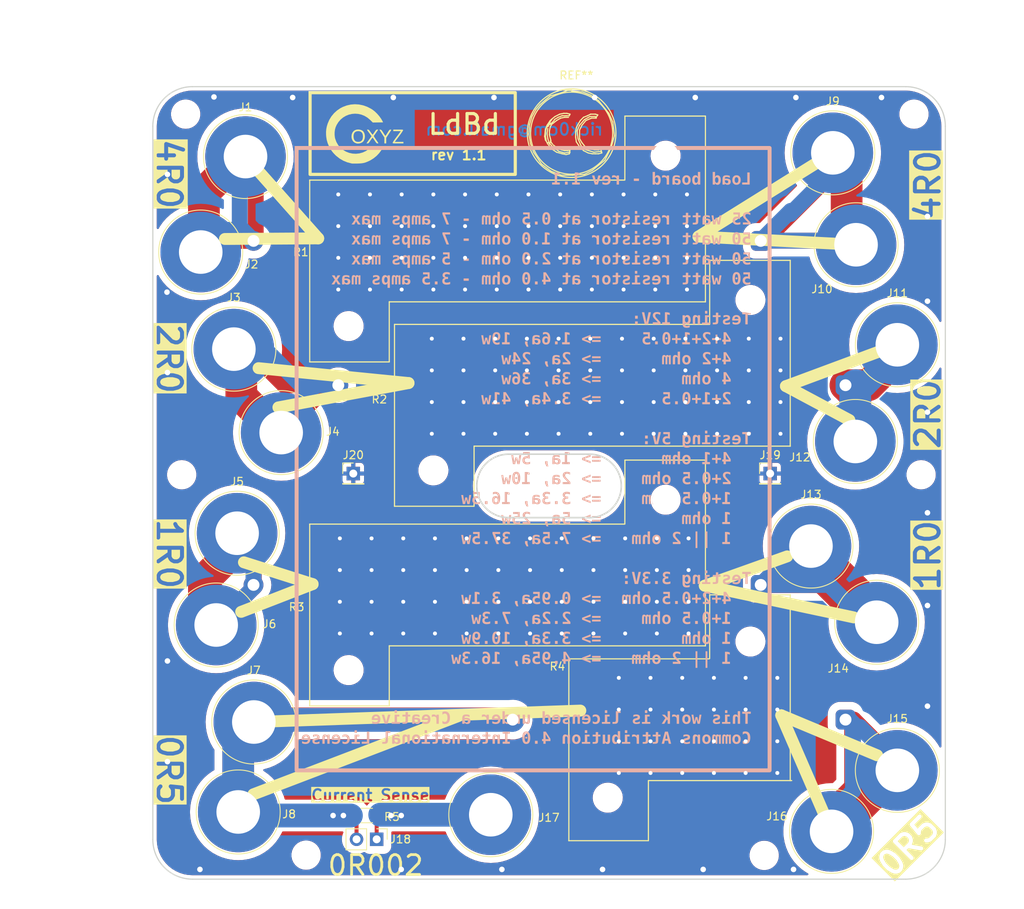
<source format=kicad_pcb>
(kicad_pcb (version 20221018) (generator pcbnew)
  (layers (0 "F.Cu" signal) (31 "B.Cu" signal) (34 "B.Paste" user) (35 "F.Paste" user) (36 "B.SilkS" user "B.Silkscreen") (37 "F.SilkS" user "F.Silkscreen") (38 "B.Mask" user) (39 "F.Mask" user) (44 "Edge.Cuts" user))
  (net 0 "")
  (net 1 "Net-(J1-Pin_1)")
  (net 2 "Net-(J3-Pin_1)")
  (net 3 "Net-(J5-Pin_1)")
  (net 4 "Net-(J18-Pin_2)")
  (net 5 "Net-(J10-Pin_1)")
  (net 6 "Net-(J11-Pin_1)")
  (net 7 "Net-(J13-Pin_1)")
  (net 8 "Net-(J15-Pin_1)")
  (net 9 "Net-(J17-Pin_1)")
  (net 10 "Net-(J19-Pin_1)")
  (footprint "MountingHole:MountingHole_3.2mm_M3_ISO7380" (layer "F.Cu") (at 208.5 45.1)
    (fp_text reference "REF**" hide)
    (fp_text value "MountingHole_3.2mm_M3_ISO7380")
    (pad "" np_thru_hole circle locked (at 0 0) (size 3.2 3.2) (drill 3.2) (layers "*.Cu" "*.Mask"))
  )
  (footprint "aaa:R_POWER_50W" (layer "F.Cu") (at 168.5 79.4)
    (fp_text reference "R2" (at -27.46 1.69) (layer "F.SilkS"))
    (fp_text value "2R0 50W")
    (fp_text user "2R0" (at -54 -3.43 270 unlocked) (layer "F.SilkS" knockout) (effects (font (size 3 3) (thickness 0.5))))
    (pad "" np_thru_hole circle (at -20.64 10.65) (size 3.3 3.3) (drill 3.3) (layers "F&B.Cu" "*.Mask"))
    (pad "" np_thru_hole circle (at 19.36 -10.85) (size 3.3 3.3) (drill 3.3) (layers "F&B.Cu" "*.Mask"))
    (pad "1" thru_hole roundrect (at 31.36 -0.1) (size 2.5 2.5) (drill 1.5) (layers "*.Cu" "*.Mask") (net 6 "Net-(J11-Pin_1)"))
    (pad "2" thru_hole circle (at -32.64 -0.1) (size 2.5 2.5) (drill 1.5) (layers "*.Cu" "*.Mask") (net 2 "Net-(J3-Pin_1)"))
  )
  (footprint "Resistor_SMD:R_1206_3216Metric" (layer "F.Cu") (at 139.45 133.6 180)
    (fp_text reference "R5" (at -3.17 -0.17) (layer "F.SilkS"))
    (fp_text value "0R002 ")
    (fp_text user "0R002" (at -1.12 -6.294947 unlocked) (layer "F.SilkS") (effects (font (size 2.5 2.5) (thickness 0.35) bold)))
    (pad "1" smd roundrect (at -1.4625 0 180) (size 1.125 1.75) (layers "F.Cu" "F.Paste" "F.Mask") (roundrect_rratio 0.2222222222) (net 9 "Net-(J17-Pin_1)"))
    (pad "2" smd roundrect (at 1.4625 0 180) (size 1.125 1.75) (layers "F.Cu" "F.Paste" "F.Mask") (roundrect_rratio 0.2222222222) (net 4 "Net-(J18-Pin_2)"))
  )
  (footprint "aaa:Banana_Jack_1Pin_1" (layer "F.Cu") (at 124.15 50.45)
    (fp_text reference "J1" (at 0 -6.217857) (layer "F.SilkS"))
    (fp_text value "Conn_01x01_Female")
    (fp_text user "4R0" (at -9.65 2.2 270 unlocked) (layer "F.SilkS" knockout) (effects (font (size 3 3) (thickness 0.5))))
    (pad "1" thru_hole circle (at 0 0) (size 10.16 10.16) (drill 5.5) (layers "*.Cu" "*.Mask") (net 1 "Net-(J1-Pin_1)"))
  )
  (footprint "MountingHole:MountingHole_3.2mm_M3_ISO7380" (layer "F.Cu") (at 189.6 138.63)
    (fp_text reference "REF**" hide)
    (fp_text value "MountingHole_3.2mm_M3_ISO7380")
    (pad "" np_thru_hole circle locked (at 0 0) (size 3.2 3.2) (drill 3.2) (layers "*.Cu" "*.Mask"))
  )
  (footprint "Symbol:Symbol_CreativeCommons_SilkScreenTop_Type2_Big" (layer "F.Cu") (at 165.3 47.5)
    (fp_text reference "REF**" (at 0.59944 -7.29996) (layer "F.SilkS"))
    (fp_text value "Symbol_CreativeCommons_SilkScreenTop_Type2_Big")
  )
  (footprint "aaa:Banana_Jack_1Pin_1" (layer "F.Cu") (at 201.19 61.58)
    (fp_text reference "J10" (at -4.3 5.6) (layer "F.SilkS"))
    (fp_text value "Conn_01x01_Female")
    (pad "1" thru_hole circle (at 0 0) (size 10.16 10.16) (drill 5.5) (layers "*.Cu" "*.Mask") (net 5 "Net-(J10-Pin_1)"))
  )
  (footprint "aaa:R_POWER_25W" (layer "F.Cu") (at 179.5 121.6)
    (fp_text reference "R4" (at -16 -6.8) (layer "F.SilkS"))
    (fp_text value "0R5 25W")
    (fp_text user "0R5" (at 28.3 15.85 45 unlocked) (layer "F.SilkS" knockout) (effects (font (size 3 3) (thickness 0.5))))
    (pad "" np_thru_hole circle (at -9.64 9.75) (size 3.3 3.3) (drill 3.3) (layers "F&B.Cu" "*.Mask"))
    (pad "" np_thru_hole circle (at 8.36 -9.95) (size 3.3 3.3) (drill 3.3) (layers "F&B.Cu" "*.Mask"))
    (pad "1" thru_hole roundrect (at 20.36 -0.1) (size 2.5 2.5) (drill 1.5) (layers "*.Cu" "*.Mask") (net 8 "Net-(J15-Pin_1)"))
    (pad "2" thru_hole circle (at -21.64 -0.1) (size 2.5 2.5) (drill 1.5) (layers "*.Cu" "*.Mask") (net 4 "Net-(J18-Pin_2)"))
  )
  (footprint "aaa:Banana_Jack_1Pin_1" (layer "F.Cu") (at 201.1 86.4)
    (fp_text reference "J12" (at -7 2) (layer "F.SilkS"))
    (fp_text value "Conn_01x01_Female")
    (pad "1" thru_hole circle (at 0 0) (size 10.16 10.16) (drill 5.5) (layers "*.Cu" "*.Mask") (net 6 "Net-(J11-Pin_1)"))
  )
  (footprint "aaa:Banana_Jack_1Pin_1" (layer "F.Cu") (at 198.1 135.6)
    (fp_text reference "J16" (at -6.9 -1.9) (layer "F.SilkS"))
    (fp_text value "Conn_01x01_Female")
    (pad "1" thru_hole circle (at 0 0) (size 10.16 10.16) (drill 5.5) (layers "*.Cu" "*.Mask") (net 8 "Net-(J15-Pin_1)"))
  )
  (footprint "MountingHole:MountingHole_3.2mm_M3_ISO7380" (layer "F.Cu") (at 209.4 90.6)
    (fp_text reference "REF**" hide)
    (fp_text value "MountingHole_3.2mm_M3_ISO7380")
    (pad "" np_thru_hole circle locked (at 0 0) (size 3.2 3.2) (drill 3.2) (layers "*.Cu" "*.Mask"))
  )
  (footprint "MountingHole:MountingHole_3.2mm_M3_ISO7380" (layer "F.Cu") (at 131.8 138.6)
    (fp_text reference "REF**" hide)
    (fp_text value "MountingHole_3.2mm_M3_ISO7380")
    (pad "" np_thru_hole circle locked (at 0 0) (size 3.2 3.2) (drill 3.2) (layers "*.Cu" "*.Mask"))
  )
  (footprint "MountingHole:MountingHole_3.2mm_M3_ISO7380" (layer "F.Cu") (at 116.6 45.1)
    (fp_text reference "REF**" hide)
    (fp_text value "MountingHole_3.2mm_M3_ISO7380")
    (pad "" np_thru_hole circle locked (at 0 0) (size 3.2 3.2) (drill 3.2) (layers "*.Cu" "*.Mask"))
  )
  (footprint "MountingHole:MountingHole_3.2mm_M3_ISO7380" (layer "F.Cu") (at 116.1 90.6)
    (fp_text reference "REF**" hide)
    (fp_text value "MountingHole_3.2mm_M3_ISO7380")
    (pad "" np_thru_hole circle locked (at 0 0) (size 3.2 3.2) (drill 3.2) (layers "*.Cu" "*.Mask"))
  )
  (footprint "aaa:Banana_Jack_1Pin_1" (layer "F.Cu") (at 120.45 109.56)
    (fp_text reference "J6" (at 6.721704 -0.117857) (layer "F.SilkS"))
    (fp_text value "Conn_01x01_Female")
    (pad "1" thru_hole circle (at 0 0) (size 10.16 10.16) (drill 5.5) (layers "*.Cu" "*.Mask") (net 3 "Net-(J5-Pin_1)"))
  )
  (footprint "aaa:Banana_Jack_1Pin_1" (layer "F.Cu") (at 118.5 62.5)
    (fp_text reference "J2" (at 6.41 1.56) (layer "F.SilkS"))
    (fp_text value "Conn_01x01_Female")
    (pad "1" thru_hole circle (at 0 0) (size 10.16 10.16) (drill 5.5) (layers "*.Cu" "*.Mask") (net 1 "Net-(J1-Pin_1)"))
  )
  (footprint "Connector_PinHeader_2.54mm:PinHeader_1x01_P2.54mm_Vertical" (layer "F.Cu") (at 137.75 90.45)
    (fp_text reference "J20" (at 0 -2.33) (layer "F.SilkS"))
    (fp_text value "Conn_01x01")
    (pad "1" thru_hole rect (at 0 0) (size 1.7 1.7) (drill 1) (layers "*.Cu" "*.Mask") (net 10 "Net-(J19-Pin_1)"))
  )
  (footprint "aaa:Banana_Jack_1Pin_1" (layer "F.Cu") (at 123.23 133.15)
    (fp_text reference "J8" (at 6.421704 0.282143) (layer "F.SilkS"))
    (fp_text value "Conn_01x01_Female")
    (pad "1" thru_hole circle (at 0 0) (size 10.16 10.16) (drill 5.5) (layers "*.Cu" "*.Mask") (net 4 "Net-(J18-Pin_2)"))
  )
  (footprint "aaa:Banana_Jack_1Pin_1" (layer "F.Cu") (at 125.2 121.8)
    (fp_text reference "J7" (at 0 -6.5) (layer "F.SilkS"))
    (fp_text value "Conn_01x01_Female")
    (fp_text user "0R5" (at -10.7 6.05 270 unlocked) (layer "F.SilkS" knockout) (effects (font (size 3 3) (thickness 0.5))))
    (pad "1" thru_hole circle (at 0 0) (size 10.16 10.16) (drill 5.5) (layers "*.Cu" "*.Mask") (net 4 "Net-(J18-Pin_2)"))
  )
  (footprint "aaa:Banana_Jack_1Pin_1" (layer "F.Cu") (at 128.65 85.28)
    (fp_text reference "J4" (at 6.521704 -0.117857) (layer "F.SilkS"))
    (fp_text value "Conn_01x01_Female")
    (pad "1" thru_hole circle (at 0 0) (size 10.16 10.16) (drill 5.5) (layers "*.Cu" "*.Mask") (net 2 "Net-(J3-Pin_1)"))
  )
  (footprint "aaa:Banana_Jack_1Pin_1" (layer "F.Cu") (at 206.4 74.2)
    (fp_text reference "J11" (at 0 -6.5) (layer "F.SilkS"))
    (fp_text value "Conn_01x01_Female")
    (fp_text user "2R0" (at 3.85 8.75 90 unlocked) (layer "F.SilkS" knockout) (effects (font (size 3 3) (thickness 0.5))))
    (pad "1" thru_hole circle (at 0 0) (size 10.16 10.16) (drill 5.5) (layers "*.Cu" "*.Mask") (net 6 "Net-(J11-Pin_1)"))
  )
  (footprint "Connector_PinHeader_2.54mm:PinHeader_1x01_P2.54mm_Vertical" (layer "F.Cu") (at 190.35 90.45)
    (fp_text reference "J19" (at 0 -2.33) (layer "F.SilkS"))
    (fp_text value "Conn_01x01")
    (pad "1" thru_hole rect (at 0 0) (size 1.7 1.7) (drill 1) (layers "*.Cu" "*.Mask") (net 10 "Net-(J19-Pin_1)"))
  )
  (footprint "aaa:Banana_Jack_1Pin_1" (layer "F.Cu") (at 203.79 109.21)
    (fp_text reference "J14" (at -4.845 5.83) (layer "F.SilkS"))
    (fp_text value "Conn_01x01_Female")
    (pad "1" thru_hole circle (at 0 0) (size 10.16 10.16) (drill 5.5) (layers "*.Cu" "*.Mask") (net 7 "Net-(J13-Pin_1)"))
  )
  (footprint "aaa:Banana_Jack_1Pin_1" (layer "F.Cu") (at 123.09 97.98)
    (fp_text reference "J5" (at 0 -6.5) (layer "F.SilkS"))
    (fp_text value "Conn_01x01_Female")
    (pad "1" thru_hole circle (at 0 0) (size 10.16 10.16) (drill 5.5) (layers "*.Cu" "*.Mask") (net 3 "Net-(J5-Pin_1)"))
  )
  (footprint "aaa:Banana_Jack_1Pin_1" (layer "F.Cu") (at 198.26 49.98)
    (fp_text reference "J9" (at 0 -6.5) (layer "F.SilkS"))
    (fp_text value "Conn_01x01_Female")
    (pad "1" thru_hole circle (at 0 0) (size 10.16 10.16) (drill 5.5) (layers "*.Cu" "*.Mask") (net 5 "Net-(J10-Pin_1)"))
  )
  (footprint "aaa:Banana_Jack_1Pin_1" (layer "F.Cu") (at 155.1 133.5)
    (fp_text reference "J17" (at 7.345 0.37) (layer "F.SilkS"))
    (fp_text value "Conn_01x01_Female")
    (pad "1" thru_hole circle (at 0 0) (size 10.16 10.16) (drill 5.5) (layers "*.Cu" "*.Mask") (net 9 "Net-(J17-Pin_1)"))
  )
  (footprint "aaa:R_POWER_50W" (layer "F.Cu") (at 157.8 104.6)
    (fp_text reference "R3" (at -27.2 2.7) (layer "F.SilkS"))
    (fp_text value "1R0 50W")
    (fp_text user "1R0" (at -43.3 -4 270 unlocked) (layer "F.SilkS" knockout) (effects (font (size 3 3) (thickness 0.5))))
    (pad "" np_thru_hole circle (at -20.64 10.65) (size 3.3 3.3) (drill 3.3) (layers "F&B.Cu" "*.Mask"))
    (pad "" np_thru_hole circle (at 19.36 -10.85) (size 3.3 3.3) (drill 3.3) (layers "F&B.Cu" "*.Mask"))
    (pad "1" thru_hole roundrect (at 31.36 -0.1) (size 2.5 2.5) (drill 1.5) (layers "*.Cu" "*.Mask") (net 7 "Net-(J13-Pin_1)"))
    (pad "2" thru_hole circle (at -32.64 -0.1) (size 2.5 2.5) (drill 1.5) (layers "*.Cu" "*.Mask") (net 3 "Net-(J5-Pin_1)"))
  )
  (footprint "Connector_PinHeader_2.54mm:PinHeader_1x02_P2.54mm_Vertical" (layer "F.Cu") (at 140.7 136.6 -90)
    (fp_text reference "J18" (at 0 -3) (layer "F.SilkS"))
    (fp_text value "Conn_01x02")
    (fp_text user "Current Sense" (at -5.55 0.8 unlocked) (layer "F.SilkS" knockout) (effects (font (size 1.4 1.4) (thickness 0.28) bold)))
    (pad "1" thru_hole rect (at 0 0 270) (size 1.7 1.7) (drill 1) (layers "*.Cu" "*.Mask") (net 9 "Net-(J17-Pin_1)"))
    (pad "2" thru_hole oval (at 0 2.54 270) (size 1.7 1.7) (drill 1) (layers "*.Cu" "*.Mask") (net 4 "Net-(J18-Pin_2)"))
  )
  (footprint "aaa:R_POWER_50W" (layer "F.Cu") (at 157.8 61.191256)
    (fp_text reference "R1" (at -26.67 1.318744) (layer "F.SilkS"))
    (fp_text value "4R0 50W")
    (fp_text user "4R0" (at 52.45 -7.141256 90 unlocked) (layer "F.SilkS" knockout) (effects (font (size 3 3) (thickness 0.5))))
    (pad "" np_thru_hole circle (at -20.64 10.65) (size 3.3 3.3) (drill 3.3) (layers "F&B.Cu" "*.Mask"))
    (pad "" np_thru_hole circle (at 19.36 -10.85) (size 3.3 3.3) (drill 3.3) (layers "F&B.Cu" "*.Mask"))
    (pad "1" thru_hole roundrect (at 31.36 -0.1) (size 2.5 2.5) (drill 1.5) (layers "*.Cu" "*.Mask") (net 5 "Net-(J10-Pin_1)"))
    (pad "2" thru_hole circle (at -32.64 -0.1) (size 2.5 2.5) (drill 1.5) (layers "*.Cu" "*.Mask") (net 1 "Net-(J1-Pin_1)"))
  )
  (footprint "aaa:Banana_Jack_1Pin_1" (layer "F.Cu") (at 195.5 99.6)
    (fp_text reference "J13" (at 0 -6.5) (layer "F.SilkS"))
    (fp_text value "Conn_01x01_Female")
    (fp_text user "1R0" (at 14.75 1.15 90 unlocked) (layer "F.SilkS" knockout) (effects (font (size 3 3) (thickness 0.5))))
    (pad "1" thru_hole circle (at 0 0) (size 10.16 10.16) (drill 5.5) (layers "*.Cu" "*.Mask") (net 7 "Net-(J13-Pin_1)"))
  )
  (footprint "aaa:Banana_Jack_1Pin_1" (layer "F.Cu") (at 206.4 127.9)
    (fp_text reference "J15" (at 0 -6.5) (layer "F.SilkS"))
    (fp_text value "Conn_01x01_Female")
    (pad "1" thru_hole circle (at 0 0) (size 10.16 10.16) (drill 5.5) (layers "*.Cu" "*.Mask") (net 8 "Net-(J15-Pin_1)"))
  )
  (footprint "aaa:Banana_Jack_1Pin_1" (layer "F.Cu") (at 122.68 74.75)
    (fp_text reference "J3" (at 0 -6.5) (layer "F.SilkS"))
    (fp_text value "Conn_01x01_Female")
    (pad "1" thru_hole circle (at 0 0) (size 10.16 10.16) (drill 5.5) (layers "*.Cu" "*.Mask") (net 2 "Net-(J3-Pin_1)"))
  )
  (footprint "aaa:coxyz" (layer "F.Cu") (at 139.19 47.59)
    (fp_text reference "G***" hide)
    (fp_text value "LOGO" hide)
  )
  (gr_rect (start 130.6 49.37) (end 190.28 127.9) (stroke (width 0.5)) (fill none) (layer "B.SilkS"))
  (gr_line (start 121.55 60.85) (end 133.325 60.775) (stroke (width 1.5)) (layer "F.SilkS"))
  (gr_line (start 123.95 101.65) (end 132.62 104.4) (stroke (width 1.5)) (layer "F.SilkS"))
  (gr_line (start 125.2 121.8) (end 166.4 120.36) (stroke (width 1.5)) (layer "F.SilkS"))
  (gr_line (start 125.8 77.15) (end 144.72 79.03) (stroke (width 1.5)) (layer "F.SilkS"))
  (gr_line (start 181.3 60.55) (end 201.19 61.58) (stroke (width 1.5)) (layer "F.SilkS"))
  (gr_line (start 191.75 120.95) (end 203.85 126) (stroke (width 1.5)) (layer "F.SilkS"))
  (gr_line (start 192.34 79.42) (end 206.4 74.2) (stroke (width 1.5)) (layer "F.SilkS"))
  (gr_line (start 192.34 79.42) (end 200.35 83.7) (stroke (width 1.5)) (layer "F.SilkS"))
  (gr_line (start 191.75 120.95) (end 198.1 135.6) (stroke (width 1.5)) (layer "F.SilkS"))
  (gr_line (start 182.1 104.6) (end 200.9 108.6) (stroke (width 1.5)) (layer "F.SilkS"))
  (gr_line (start 123.6 107.9) (end 132.62 104.4) (stroke (width 1.5)) (layer "F.SilkS"))
  (gr_line (start 182.1 104.6) (end 192.5 100.9) (stroke (width 1.5)) (layer "F.SilkS"))
  (gr_line (start 124.15 50.45) (end 133.325 60.775) (stroke (width 1.5)) (layer "F.SilkS"))
  (gr_line (start 181.3 60.55) (end 198.26 49.98) (stroke (width 1.5)) (layer "F.SilkS"))
  (gr_rect (start 132.3 42.39) (end 158.19 52.7) (stroke (width 0.4)) (fill none) (layer "F.SilkS"))
  (gr_line (start 128.3 82.1) (end 144.72 79.03) (stroke (width 1.5)) (layer "F.SilkS"))
  (gr_line (start 125.15 130.92) (end 151 121.05) (stroke (width 1.5)) (layer "F.SilkS"))
  (gr_arc locked (start 212.455 136.63) (mid 210.99388 140.162189) (end 207.464466 141.63) (stroke (width 0.15)) (layer "Edge.Cuts"))
  (gr_arc locked (start 207.464466 41.63) (mid 210.996654 43.095041) (end 212.455 46.63) (stroke (width 0.15)) (layer "Edge.Cuts"))
  (gr_line locked (start 207.464466 141.63) (end 117.455 141.63) (stroke (width 0.15)) (layer "Edge.Cuts"))
  (gr_line locked (start 112.455 46.63) (end 112.455 136.63) (stroke (width 0.15)) (layer "Edge.Cuts"))
  (gr_line locked (start 117.455 41.63) (end 207.464466 41.63) (stroke (width 0.15)) (layer "Edge.Cuts"))
  (gr_arc (start 157.33 96.010012) (mid 153.329988 92.01) (end 157.33 88.009988) (stroke (width 0.2)) (layer "Edge.Cuts"))
  (gr_arc (start 167.57 88.009988) (mid 171.570012 92.01) (end 167.57 96.010012) (stroke (width 0.2)) (layer "Edge.Cuts"))
  (gr_arc locked (start 117.455 141.63) (mid 113.919467 140.165534) (end 112.455 136.63) (stroke (width 0.15)) (layer "Edge.Cuts"))
  (gr_arc locked (start 112.455 46.63) (mid 113.919466 43.094467) (end 117.455 41.63) (stroke (width 0.15)) (layer "Edge.Cuts"))
  (gr_line (start 157.33 88.009988) (end 167.57 88.009988) (stroke (width 0.2)) (layer "Edge.Cuts"))
  (gr_line locked (start 212.455 46.63) (end 212.455 136.63) (stroke (width 0.15)) (layer "Edge.Cuts"))
  (gr_line (start 157.33 96.010012) (end 167.57 96.010012) (stroke (width 0.2)) (layer "Edge.Cuts"))
  (gr_text "rick0cm@gmail.com" (at 169.4 47.9) (layer "B.Cu") (effects (font (size 1.5 1.5) (thickness 0.25) bold) (justify left bottom mirror)))
  (gr_text "Load board - rev 1.1\n\n25 watt resistor at 0.5 ohm - 7 amps max\n50 watt resistor at 1.0 ohm - 7 amps max\n50 watt resistor at 2.0 ohm - 5 amps max\n50 watt resistor at 4.0 ohm - 3.5 amps max\n\nTesting 12V:\n  4+2+1+0.5    => 1.6a, 19w\n  4+2 ohm      => 2a, 24w\n  4 ohm        => 3a, 36w  \n  2+1+0.5      => 3.4a, 41w\n\nTesting 5V:\n  4+1 ohm      => 1a, 5w\n  2+0.5 ohm    => 2a, 10w\n  1+0.5 ohm    => 3.3a, 16.5w\n  1 ohm        => 5a, 25w\n  1 || 2 ohm   => 7.5a, 37.5w\n\nTesting 3.3V:\n  4+2+0.5 ohm  => 0.95a, 3.1w\n  1+0.5 ohm    => 2.2a, 7.3w\n  1 ohm        => 3.3a, 10.9w\n  1 || 2 ohm   => 4.95a, 16.3w\n\n\nThis work is licensed under a Creative \nCommons Attribution 4.0 International License" (at 188 124.8) (layer "B.SilkS") (effects (font (size 1.5 1.5) (thickness 0.3) bold) (justify left bottom mirror)))
  (gr_text "rev 1.1" (at 147.39 50.99) (layer "F.SilkS") (effects (font (size 1.3 1.3) (thickness 0.25) bold) (justify left bottom)))
  (gr_text "LdBd" (at 146.96 47.85) (layer "F.SilkS") (effects (font (size 2.5 2.5) (thickness 0.4)) (justify left bottom)))
  (segment (start 118.9 55.017857) (end 118.9 58) (width 4) (layer "F.Cu") (net 1))
  (segment (start 125.44 60.811256) (end 125.16 61.091256) (width 2) (layer "F.Cu") (net 1))
  (segment (start 125.16 61.091256) (end 120.538744 61.091256) (width 2) (layer "F.Cu") (net 1))
  (segment (start 121.597857 52.32) (end 118.9 55.017857) (width 4) (layer "F.Cu") (net 1))
  (segment (start 125.44 54.34) (end 125.44 60.811256) (width 2) (layer "F.Cu") (net 1))
  (segment (start 125.16 61.091256) (end 123.42 59.351256) (width 2) (layer "B.Cu") (net 1))
  (segment (start 121.148831 59.7) (end 123.768744 59.7) (width 2) (layer "B.Cu") (net 1))
  (segment (start 123.42 59.351256) (end 123.42 51.18) (width 2) (layer "B.Cu") (net 1))
  (segment (start 123.42 51.18) (end 124.15 50.45) (width 2) (layer "B.Cu") (net 1))
  (segment (start 123.768744 59.7) (end 125.16 61.091256) (width 2) (layer "B.Cu") (net 1))
  (segment (start 123.62 80.73) (end 123.62 74.46) (width 4) (layer "F.Cu") (net 2))
  (segment (start 123.976704 74.25197) (end 129.024734 79.3) (width 2) (layer "F.Cu") (net 2))
  (segment (start 134.46 79.47) (end 128.65 85.28) (width 2) (layer "F.Cu") (net 2))
  (segment (start 135.86 79.3) (end 129.024734 79.3) (width 2) (layer "F.Cu") (net 2))
  (segment (start 127.46 84.57) (end 123.62 80.73) (width 4) (layer "F.Cu") (net 2))
  (segment (start 129.024734 79.3) (end 134.46 79.3) (width 2) (layer "F.Cu") (net 2))
  (segment (start 134.46 79.3) (end 134.46 79.47) (width 2) (layer "F.Cu") (net 2))
  (segment (start 131.160173 79.3) (end 135.86 79.3) (width 2) (layer "B.Cu") (net 2))
  (segment (start 133.03 79.3) (end 128.65 83.68) (width 2) (layer "B.Cu") (net 2))
  (segment (start 126.032143 74.17197) (end 131.160173 79.3) (width 2) (layer "B.Cu") (net 2))
  (segment (start 128.65 83.68) (end 128.65 85.28) (width 2) (layer "B.Cu") (net 2))
  (segment (start 135.86 79.3) (end 133.03 79.3) (width 2) (layer "B.Cu") (net 2))
  (segment (start 118.9 108.01) (end 118.9 103.9) (width 4) (layer "F.Cu") (net 3))
  (segment (start 118.9 103.9) (end 123.09 99.71) (width 4) (layer "F.Cu") (net 3))
  (segment (start 125.16 104.85) (end 125.16 104.5) (width 2) (layer "F.Cu") (net 3))
  (segment (start 125.2 104.46) (end 125.2 100.09) (width 2) (layer "F.Cu") (net 3))
  (segment (start 120.45 109.56) (end 125.16 104.85) (width 2) (layer "F.Cu") (net 3))
  (segment (start 120.45 109.56) (end 125.16 104.85) (width 2) (layer "B.Cu") (net 3))
  (segment (start 125.16 104.85) (end 125.16 99.732837) (width 2) (layer "B.Cu") (net 3))
  (segment (start 137.25 133.6) (end 127.191551 133.6) (width 2) (layer "F.Cu") (net 4))
  (segment (start 124.74 122.36) (end 125.63 121.47) (width 3) (layer "F.Cu") (net 4))
  (segment (start 157.83 121.47) (end 157.86 121.5) (width 3) (layer "F.Cu") (net 4))
  (segment (start 125.63 121.47) (end 157.83 121.47) (width 3) (layer "F.Cu") (net 4))
  (segment (start 137.9875 133.6) (end 138.16 133.7725) (width 0.5) (layer "F.Cu") (net 4))
  (segment (start 138.16 133.7725) (end 138.16 136.6) (width 0.5) (layer "F.Cu") (net 4))
  (segment (start 137.3 133.65) (end 137.25 133.6) (width 2) (layer "F.Cu") (net 4))
  (segment (start 123.23 123.31) (end 123.23 133.15) (width 4) (layer "F.Cu") (net 4))
  (via (at 135.2 133.6) (size 1) (drill 0.7) (layers "F.Cu" "B.Cu") (net 4))
  (via (at 136.5 133.6) (size 1) (drill 0.7) (layers "F.Cu" "B.Cu") (net 4))
  (segment (start 124.343847 122.2) (end 125.013847 121.53) (width 3) (layer "B.Cu") (net 4))
  (segment (start 123.23 124.671923) (end 123.23 133.15) (width 4) (layer "B.Cu") (net 4))
  (segment (start 157.83 121.53) (end 157.86 121.5) (width 3) (layer "B.Cu") (net 4))
  (segment (start 123.54 133.6) (end 137.45 133.6) (width 3) (layer "B.Cu") (net 4))
  (segment (start 125.013847 121.53) (end 157.83 121.53) (width 3) (layer "B.Cu") (net 4))
  (segment (start 124.960852 122.941071) (end 123.23 124.671923) (width 4) (layer "B.Cu") (net 4))
  (segment (start 189.16 61.091256) (end 189.181256 61.07) (width 2) (layer "F.Cu") (net 5))
  (segment (start 200 49.85) (end 200 60.55) (width 4) (layer "F.Cu") (net 5))
  (segment (start 189.638744 61.091256) (end 198.26 52.47) (width 2) (layer "F.Cu") (net 5))
  (segment (start 189.181256 61.07) (end 200.626256 61.07) (width 2) (layer "F.Cu") (net 5))
  (segment (start 189.16 61.091256) (end 189.451256 60.8) (width 2) (layer "F.Cu") (net 5))
  (segment (start 189.16 61.091256) (end 189.638744 61.091256) (width 2) (layer "F.Cu") (net 5))
  (segment (start 198.26 52.47) (end 198.26 49.98) (width 2) (layer "F.Cu") (net 5))
  (segment (start 200.626256 61.07) (end 200.956256 61.4) (width 2) (layer "F.Cu") (net 5))
  (segment (start 192.9 57.7) (end 199.3 51.3) (width 2) (layer "B.Cu") (net 5))
  (segment (start 189.19 61.061256) (end 192.951256 57.3) (width 2) (layer "B.Cu") (net 5))
  (segment (start 200.916256 61.061256) (end 189.19 61.061256) (width 2) (layer "B.Cu") (net 5))
  (segment (start 200.755 86.255) (end 200.755 80.195) (width 2) (layer "F.Cu") (net 6))
  (segment (start 205.755 76.296666) (end 202.751666 79.3) (width 4) (layer "F.Cu") (net 6))
  (segment (start 200.755 80.195) (end 199.86 79.3) (width 2) (layer "F.Cu") (net 6))
  (segment (start 199.86 79.3) (end 201.16 79.3) (width 2) (layer "F.Cu") (net 6))
  (segment (start 202.751666 79.3) (end 199.86 79.3) (width 4) (layer "F.Cu") (net 6))
  (segment (start 199.86 79.3) (end 201.1 80.54) (width 4) (layer "F.Cu") (net 6))
  (segment (start 201.1 80.54) (end 201.1 86.6) (width 4) (layer "F.Cu") (net 6))
  (segment (start 201.16 80.880804) (end 201.16 79.3) (width 2) (layer "B.Cu") (net 6))
  (segment (start 201.085983 79.374017) (end 201.085983 86.591787) (width 4) (layer "B.Cu") (net 6))
  (segment (start 200.914138 79.314138) (end 202.3 79.314138) (width 2) (layer "B.Cu") (net 6))
  (segment (start 206.4 75.2) (end 202.3 79.3) (width 3) (layer "B.Cu") (net 6))
  (segment (start 202.3 79.3) (end 200.9 79.3) (width 3) (layer "B.Cu") (net 6))
  (segment (start 201.440983 81.161787) (end 201.16 80.880804) (width 2) (layer "B.Cu") (net 6))
  (segment (start 201.16 79.3) (end 201.085983 79.374017) (width 4) (layer "B.Cu") (net 6))
  (segment (start 200.9 79.3) (end 200.914138 79.314138) (width 2) (layer "B.Cu") (net 6))
  (segment (start 190.43 103.23) (end 191.87 103.23) (width 2) (layer "F.Cu") (net 7))
  (segment (start 202.98 108.4) (end 203.79 109.21) (width 2) (layer "F.Cu") (net 7))
  (segment (start 189.19 104.53) (end 196.64 104.53) (width 2) (layer "F.Cu") (net 7))
  (segment (start 191.87 103.23) (end 195.5 99.6) (width 2) (layer "F.Cu") (net 7))
  (segment (start 200.51 108.4) (end 202.98 108.4) (width 2) (layer "F.Cu") (net 7))
  (segment (start 203.4 107.5) (end 195.5 99.6) (width 4) (layer "F.Cu") (net 7))
  (segment (start 189.16 104.5) (end 190.43 103.23) (width 2) (layer "F.Cu") (net 7))
  (segment (start 196.64 104.53) (end 200.51 108.4) (width 2) (layer "F.Cu") (net 7))
  (segment (start 190.455567 103.204433) (end 189.16 104.5) (width 2) (layer "B.Cu") (net 7))
  (segment (start 189.164433 104.504433) (end 194.998358 104.504433) (width 2) (layer "B.Cu") (net 7))
  (segment (start 195.43169 103.204433) (end 190.455567 103.204433) (width 2) (layer "B.Cu") (net 7))
  (segment (start 194.298358 104.504433) (end 197.804433 104.504433) (width 2) (layer "B.Cu") (net 7))
  (segment (start 197.804433 104.504433) (end 201.07669 107.77669) (width 2) (layer "B.Cu") (net 7))
  (segment (start 199.25 134.95) (end 205.15 129.05) (width 4) (layer "F.Cu") (net 8))
  (segment (start 199.86 121.5) (end 200.9 121.5) (width 2) (layer "F.Cu") (net 8))
  (segment (start 200.7 129.9) (end 200.7 122.34) (width 2) (layer "F.Cu") (net 8))
  (segment (start 199.115 133.99) (end 199.115 131.485) (width 2) (layer "F.Cu") (net 8))
  (segment (start 199.115 131.485) (end 200.7 129.9) (width 2) (layer "F.Cu") (net 8))
  (segment (start 200.7 122.34) (end 199.86 121.5) (width 2) (layer "F.Cu") (net 8))
  (segment (start 200.9 121.5) (end 205.03 125.63) (width 2) (layer "F.Cu") (net 8))
  (segment (start 201.22 122.43) (end 201.66 122.43) (width 2) (layer "B.Cu") (net 8))
  (segment (start 201.66 122.43) (end 205.8 126.57) (width 2) (layer "B.Cu") (net 8))
  (segment (start 200.8 122.44) (end 200.8 130.5) (width 2) (layer "B.Cu") (net 8))
  (segment (start 199.86 121.5) (end 200.8 122.44) (width 2) (layer "B.Cu") (net 8))
  (segment (start 200.8 130.5) (end 198.1 133.2) (width 2) (layer "B.Cu") (net 8))
  (segment (start 200.36 121.5) (end 199.86 121.5) (width 2) (layer "B.Cu") (net 8))
  (segment (start 201.16 122.3) (end 200.36 121.5) (width 2) (layer "B.Cu") (net 8))
  (segment (start 198.1 133.2) (end 198.1 135.6) (width 2) (layer "B.Cu") (net 8))
  (segment (start 141.760926 133.6) (end 152.039074 133.6) (width 2) (layer "F.Cu") (net 9))
  (segment (start 140.9125 133.6) (end 140.7 133.8125) (width 0.5) (layer "F.Cu") (net 9))
  (segment (start 140.7 133.8125) (end 140.7 136.6) (width 0.5) (layer "F.Cu") (net 9))
  (via (at 143.8 133.6) (size 1) (drill 0.7) (layers "F.Cu" "B.Cu") (net 9))
  (via (at 142.5 133.6) (size 1) (drill 0.7) (layers "F.Cu" "B.Cu") (net 9))
  (segment (start 155.7 133.5) (end 141.15 133.5) (width 3) (layer "B.Cu") (net 9))
  (via (at 143.8 140.4) (size 1) (drill 0.7) (layers "F.Cu" "B.Cu") (net 10))
  (via (at 187.255 124.23) (size 0.8) (drill 0.5) (layers "F.Cu" "B.Cu") (net 10))
  (via (at 172.055 110.63) (size 0.8) (drill 0.5) (layers "F.Cu" "B.Cu") (net 10))
  (via (at 175.255 116.23) (size 0.8) (drill 0.5) (layers "F.Cu" "B.Cu") (net 10))
  (via (at 191.255 120.23) (size 0.8) (drill 0.5) (layers "F.Cu" "B.Cu") (net 10))
  (via (at 180.9 43) (size 1) (drill 0.7) (layers "F.Cu" "B.Cu") (net 10))
  (via (at 175.855 55.23) (size 0.8) (drill 0.5) (layers "F.Cu" "B.Cu") (net 10))
  (via (at 144.055 110.63) (size 0.8) (drill 0.5) (layers "F.Cu" "B.Cu") (net 10))
  (via (at 171.855 59.23) (size 0.8) (drill 0.5) (layers "F.Cu" "B.Cu") (net 10))
  (via (at 191.655 85.43) (size 0.8) (drill 0.5) (layers "F.Cu" "B.Cu") (net 10))
  (via (at 159.655 81.43) (size 0.8) (drill 0.5) (layers "F.Cu" "B.Cu") (net 10))
  (via (at 147.655 81.43) (size 0.8) (drill 0.5) (layers "F.Cu" "B.Cu") (net 10))
  (via (at 167.855 63.23) (size 0.8) (drill 0.5) (layers "F.Cu" "B.Cu") (net 10))
  (via (at 187.655 73.43) (size 0.8) (drill 0.5) (layers "F.Cu" "B.Cu") (net 10))
  (via (at 136.055 110.63) (size 0.8) (drill 0.5) (layers "F.Cu" "B.Cu") (net 10))
  (via (at 135.855 55.23) (size 0.8) (drill 0.5) (layers "F.Cu" "B.Cu") (net 10))
  (via (at 187.655 81.43) (size 0.8) (drill 0.5) (layers "F.Cu" "B.Cu") (net 10))
  (via (at 168.2 43) (size 1) (drill 0.7) (layers "F.Cu" "B.Cu") (net 10))
  (via (at 164.055 110.63) (size 0.8) (drill 0.5) (layers "F.Cu" "B.Cu") (net 10))
  (via (at 152.055 106.63) (size 0.8) (drill 0.5) (layers "F.Cu" "B.Cu") (net 10))
  (via (at 204.4 43) (size 1) (drill 0.7) (layers "F.Cu" "B.Cu") (net 10))
  (via (at 155.655 81.43) (size 0.8) (drill 0.5) (layers "F.Cu" "B.Cu") (net 10))
  (via (at 180.055 98.63) (size 0.8) (drill 0.5) (layers "F.Cu" "B.Cu") (net 10))
  (via (at 160.055 110.63) (size 0.8) (drill 0.5) (layers "F.Cu" "B.Cu") (net 10))
  (via (at 168.055 106.63) (size 0.8) (drill 0.5) (layers "F.Cu" "B.Cu") (net 10))
  (via (at 143.855 59.23) (size 0.8) (drill 0.5) (layers "F.Cu" "B.Cu") (net 10))
  (via (at 175.855 59.23) (size 0.8) (drill 0.5) (layers "F.Cu" "B.Cu") (net 10))
  (via (at 180.055 110.63) (size 0.8) (drill 0.5) (layers "F.Cu" "B.Cu") (net 10))
  (via (at 210.2 107.1) (size 1) (drill 0.7) (layers "F.Cu" "B.Cu") (net 10))
  (via (at 168.055 102.63) (size 0.8) (drill 0.5) (layers "F.Cu" "B.Cu") (net 10))
  (via (at 163.855 67.23) (size 0.8) (drill 0.5) (layers "F.Cu" "B.Cu") (net 10))
  (via (at 183.255 124.23) (size 0.8) (drill 0.5) (layers "F.Cu" "B.Cu") (net 10))
  (via (at 147.655 77.43) (size 0.8) (drill 0.5) (layers "F.Cu" "B.Cu") (net 10))
  (via (at 172.055 106.63) (size 0.8) (drill 0.5) (layers "F.Cu" "B.Cu") (net 10))
  (via (at 155.855 59.23) (size 0.8) (drill 0.5) (layers "F.Cu" "B.Cu") (net 10))
  (via (at 164.055 98.63) (size 0.8) (drill 0.5) (layers "F.Cu" "B.Cu") (net 10))
  (via (at 167.855 59.23) (size 0.8) (drill 0.5) (layers "F.Cu" "B.Cu") (net 10))
  (via (at 114.3 114.1) (size 1) (drill 0.7) (layers "F.Cu" "B.Cu") (net 10))
  (via (at 171.655 85.43) (size 0.8) (drill 0.5) (layers "F.Cu" "B.Cu") (net 10))
  (via (at 191.655 77.43) (size 0.8) (drill 0.5) (layers "F.Cu" "B.Cu") (net 10))
  (via (at 187.255 120.23) (size 0.8) (drill 0.5) (layers "F.Cu" "B.Cu") (net 10))
  (via (at 114.24 67.56) (size 1) (drill 0.7) (layers "F.Cu" "B.Cu") (net 10))
  (via (at 171.655 81.43) (size 0.8) (drill 0.5) (layers "F.Cu" "B.Cu") (net 10))
  (via (at 156.055 106.63) (size 0.8) (drill 0.5) (layers "F.Cu" "B.Cu") (net 10))
  (via (at 175.655 81.43) (size 0.8) (drill 0.5) (layers "F.Cu" "B.Cu") (net 10))
  (via (at 147.855 55.23) (size 0.8) (drill 0.5) (layers "F.Cu" "B.Cu") (net 10))
  (via (at 176.055 102.63) (size 0.8) (drill 0.5) (layers "F.Cu" "B.Cu") (net 10))
  (via (at 159.655 77.43) (size 0.8) (drill 0.5) (layers "F.Cu" "B.Cu") (net 10))
  (via (at 176.055 98.63) (size 0.8) (drill 0.5) (layers "F.Cu" "B.Cu") (net 10))
  (via (at 179.855 63.23) (size 0.8) (drill 0.5) (layers "F.Cu" "B.Cu") (net 10))
  (via (at 114.3 77.7) (size 1) (drill 0.7) (layers "F.Cu" "B.Cu") (net 10))
  (via (at 114.3 52.7) (size 1) (drill 0.7) (layers "F.Cu" "B.Cu") (net 10))
  (via (at 171.855 67.23) (size 0.8) (drill 0.5) (layers "F.Cu" "B.Cu") (net 10))
  (via (at 176.055 106.63) (size 0.8) (drill 0.5) (layers "F.Cu" "B.Cu") (net 10))
  (via (at 135.855 59.23) (size 0.8) (drill 0.5) (layers "F.Cu" "B.Cu") (net 10))
  (via (at 159.655 85.43) (size 0.8) (drill 0.5) (layers "F.Cu" "B.Cu") (net 10))
  (via (at 167.855 67.23) (size 0.8) (drill 0.5) (layers "F.Cu" "B.Cu") (net 10))
  (via (at 187.255 116.23) (size 0.8) (drill 0.5) (layers "F.Cu" "B.Cu") (net 10))
  (via (at 167.655 85.43) (size 0.8) (drill 0.5) (layers "F.Cu" "B.Cu") (net 10))
  (via (at 151.655 73.43) (size 0.8) (drill 0.5) (layers "F.Cu" "B.Cu") (net 10))
  (via (at 176.055 110.63) (size 0.8) (drill 0.5) (layers "F.Cu" "B.Cu") (net 10))
  (via (at 140.055 106.63) (size 0.8) (drill 0.5) (layers "F.Cu" "B.Cu") (net 10))
  (via (at 179.655 77.43) (size 0.8) (drill 0.5) (layers "F.Cu" "B.Cu") (net 10))
  (via (at 139.855 55.23) (size 0.8) (drill 0.5) (layers "F.Cu" "B.Cu") (net 10))
  (via (at 191.255 128.23) (size 0.8) (drill 0.5) (layers "F.Cu" "B.Cu") (net 10))
  (via (at 163.855 59.23) (size 0.8) (drill 0.5) (layers "F.Cu" "B.Cu") (net 10))
  (via (at 179.655 85.43) (size 0.8) (drill 0.5) (layers "F.Cu" "B.Cu") (net 10))
  (via (at 175.255 120.23) (size 0.8) (drill 0.5) (layers "F.Cu" "B.Cu") (net 10))
  (via (at 175.255 124.23) (size 0.8) (drill 0.5) (layers "F.Cu" "B.Cu") (net 10))
  (via (at 164.055 102.63) (size 0.8) (drill 0.5) (layers "F.Cu" "B.Cu") (net 10))
  (via (at 140.055 110.63) (size 0.8) (drill 0.5) (layers "F.Cu" "B.Cu") (net 10))
  (via (at 156.055 110.63) (size 0.8) (drill 0.5) (layers "F.Cu" "B.Cu") (net 10))
  (via (at 160.055 102.63) (size 0.8) (drill 0.5) (layers "F.Cu" "B.Cu") (net 10))
  (via (at 171.255 128.23) (size 0.8) (drill 0.5) (layers "F.Cu" "B.Cu") (net 10))
  (via (at 167.655 77.43) (size 0.8) (drill 0.5) (layers "F.Cu" "B.Cu") (net 10))
  (via (at 183.655 73.43) (size 0.8) (drill 0.5) (layers "F.Cu" "B.Cu") (net 10))
  (via (at 179.255 116.23) (size 0.8) (drill 0.5) (layers "F.Cu" "B.Cu") (net 10))
  (via (at 148.055 98.63) (size 0.8) (drill 0.5) (layers "F.Cu" "B.Cu") (net 10))
  (via (at 167.655 73.43) (size 0.8) (drill 0.5) (layers "F.Cu" "B.Cu") (net 10))
  (via (at 191.255 124.23) (size 0.8) (drill 0.5) (layers "F.Cu" "B.Cu") (net 10))
  (via (at 163.655 77.43) (size 0.8) (drill 0.5) (layers "F.Cu" "B.Cu") (net 10))
  (via (at 179.255 128.23) (size 0.8) (drill 0.5) (layers "F.Cu" "B.Cu") (net 10))
  (via (at 155.655 85.43) (size 0.8) (drill 0.5) (layers "F.Cu" "B.Cu") (net 10))
  (via (at 140.055 98.63) (size 0.8) (drill 0.5) (layers "F.Cu" "B.Cu") (net 10))
  (via (at 167.655 81.43) (size 0.8) (drill 0.5) (layers "F.Cu" "B.Cu") (net 10))
  (via (at 143.855 55.23) (size 0.8) (drill 0.5) (layers "F.Cu" "B.Cu") (net 10))
  (via (at 210.2 58) (size 1) (drill 0.7) (layers "F.Cu" "B.Cu") (net 10))
  (via (at 191.655 73.43) (size 0.8) (drill 0.5) (layers "F.Cu" "B.Cu") (net 10))
  (via (at 163.655 85.43) (size 0.8) (drill 0.5) (layers "F.Cu" "B.Cu") (net 10))
  (via (at 175.655 73.43) (size 0.8) (drill 0.5) (layers "F.Cu" "B.Cu") (net 10))
  (via (at 151.855 59.23) (size 0.8) (drill 0.5) (layers "F.Cu" "B.Cu") (net 10))
  (via (at 135.855 67.23) (size 0.8) (drill 0.5) (layers "F.Cu" "B.Cu") (net 10))
  (via (at 143.855 67.23) (size 0.8) (drill 0.5) (layers "F.Cu" "B.Cu") (net 10))
  (via (at 210.2 82.7) (size 1) (drill 0.7) (layers "F.Cu" "B.Cu") (net 10))
  (via (at 147.855 59.23) (size 0.8) (drill 0.5) (layers "F.Cu" "B.Cu") (net 10))
  (via (at 155.655 77.43) (size 0.8) (drill 0.5) (layers "F.Cu" "B.Cu") (net 10))
  (via (at 175.855 67.23) (size 0.8) (drill 0.5) (layers "F.Cu" "B.Cu") (net 10))
  (via (at 175.655 77.43) (size 0.8) (drill 0.5) (layers "F.Cu" "B.Cu") (net 10))
  (via (at 151.855 67.23) (size 0.8) (drill 0.5) (layers "F.Cu" "B.Cu") (net 10))
  (via (at 156.055 98.63) (size 0.8) (drill 0.5) (layers "F.Cu" "B.Cu") (net 10))
  (via (at 210.2 68.7) (size 1) (drill 0.7) (layers "F.Cu" "B.Cu") (net 10))
  (via (at 171.255 120.23) (size 0.8) (drill 0.5) (layers "F.Cu" "B.Cu") (net 10))
  (via (at 118.4 140.4) (size 1) (drill 0.7) (layers "F.Cu" "B.Cu") (net 10))
  (via (at 159.855 59.23) (size 0.8) (drill 0.5) (layers "F.Cu" "B.Cu") (net 10))
  (via (at 155.855 55.23) (size 0.8) (drill 0.5) (layers "F.Cu" "B.Cu") (net 10))
  (via (at 159.855 55.23) (size 0.8) (drill 0.5) (layers "F.Cu" "B.Cu") (net 10))
  (via (at 163.855 63.23) (size 0.8) (drill 0.5) (layers "F.Cu" "B.Cu") (net 10))
  (via (at 180.055 102.63) (size 0.8) (drill 0.5) (layers "F.Cu" "B.Cu") (net 10))
  (via (at 175.255 128.23) (size 0.8) (drill 0.5) (layers "F.Cu" "B.Cu") (net 10))
  (via (at 187.655 85.43) (size 0.8) (drill 0.5) (layers "F.Cu" "B.Cu") (net 10))
  (via (at 152.055 98.63) (size 0.8) (drill 0.5) (layers "F.Cu" "B.Cu") (net 10))
  (via (at 130.1 43) (size 1) (drill 0.7) (layers "F.Cu" "B.Cu") (net 10))
  (via (at 183.655 81.43) (size 0.8) (drill 0.5) (layers "F.Cu" "B.Cu") (net 10))
  (via (at 171.855 63.23) (size 0.8) (drill 0.5) (layers "F.Cu" "B.Cu") (net 10))
  (via (at 172.055 98.63) (size 0.8) (drill 0.5) (layers "F.Cu" "B.Cu") (net 10))
  (via (at 210.2 95.4) (size 1) (drill 0.7) (layers "F.Cu" "B.Cu") (net 10))
  (via (at 171.855 55.23) (size 0.8) (drill 0.5) (layers "F.Cu" "B.Cu") (net 10))
  (via (at 139.855 67.23) (size 0.8) (drill 0.5) (layers "F.Cu" "B.Cu") (net 10))
  (via (at 155.855 67.23) (size 0.8) (drill 0.5) (layers "F.Cu" "B.Cu") (net 10))
  (via (at 143.855 63.23) (size 0.8) (drill 0.5) (layers "F.Cu" "B.Cu") (net 10))
  (via (at 171.255 116.23) (size 0.8) (drill 0.5) (layers "F.Cu" "B.Cu") (net 10))
  (via (at 180.055 106.63) (size 0.8) (drill 0.5) (layers "F.Cu" "B.Cu") (net 10))
  (via (at 152.055 110.63) (size 0.8) (drill 0.5) (layers "F.Cu" "B.Cu") (net 10))
  (via (at 159.855 63.23) (size 0.8) (drill 0.5) (layers "F.Cu" "B.Cu") (net 10))
  (via (at 147.655 73.43) (size 0.8) (drill 0.5) (layers "F.Cu" "B.Cu") (net 10))
  (via (at 179.855 59.23) (size 0.8) (drill 0.5) (layers "F.Cu" "B.Cu") (net 10))
  (via (at 136.055 106.63) (size 0.8) (drill 0.5) (layers "F.Cu" "B.Cu") (net 10))
  (via (at 139.855 59.23) (size 0.8) (drill 0.5) (layers "F.Cu" "B.Cu") (net 10))
  (via (at 144.055 98.63) (size 0.8) (drill 0.5) (layers "F.Cu" "B.Cu") (net 10))
  (via (at 139.855 63.23) (size 0.8) (drill 0.5) (layers "F.Cu" "B.Cu") (net 10))
  (via (at 191.255 116.23) (size 0.8) (drill 0.5) (layers "F.Cu" "B.Cu") (net 10))
  (via (at 159.855 67.23) (size 0.8) (drill 0.5) (layers "F.Cu" "B.Cu") (net 10))
  (via (at 151.655 81.43) (size 0.8) (drill 0.5) (layers "F.Cu" "B.Cu") (net 10))
  (via (at 183.255 116.23) (size 0.8) (drill 0.5) (layers "F.Cu" "B.Cu") (net 10))
  (via (at 148.055 110.63) (size 0.8) (drill 0.5) (layers "F.Cu" "B.Cu") (net 10))
  (via (at 155.855 63.23) (size 0.8) (drill 0.5) (layers "F.Cu" "B.Cu") (net 10))
  (via (at 193.3 140.4) (size 1) (drill 0.7) (layers "F.Cu" "B.Cu") (net 10))
  (via (at 168.055 98.63) (size 0.8) (drill 0.5) (layers "F.Cu" "B.Cu") (net 10))
  (via (at 187.255 128.23) (size 0.8) (drill 0.5) (layers "F.Cu" "B.Cu") (net 10))
  (via (at 175.855 63.23) (size 0.8) (drill 0.5) (layers "F.Cu" "B.Cu") (net 10))
  (via (at 160.055 106.63) (size 0.8) (drill 0.5) (layers "F.Cu" "B.Cu") (net 10))
  (via (at 136.055 98.63) (size 0.8) (drill 0.5) (layers "F.Cu" "B.Cu") (net 10))
  (via (at 144.055 102.63) (size 0.8) (drill 0.5) (layers "F.Cu" "B.Cu") (net 10))
  (via (at 151.655 85.43) (size 0.8) (drill 0.5) (layers "F.Cu" "B.Cu") (net 10))
  (via (at 148.055 106.63) (size 0.8) (drill 0.5) (layers "F.Cu" "B.Cu") (net 10))
  (via (at 164.055 106.63) (size 0.8) (drill 0.5) (layers "F.Cu" "B.Cu") (net 10))
  (via (at 148.055 102.63) (size 0.8) (drill 0.5) (layers "F.Cu" "B.Cu") (net 10))
  (via (at 152.055 102.63) (size 0.8) (drill 0.5) (layers "F.Cu" "B.Cu") (net 10))
  (via (at 155.5 43) (size 1) (drill 0.7) (layers "F.Cu" "B.Cu") (net 10))
  (via (at 135.855 63.23) (size 0.8) (drill 0.5) (layers "F.Cu" "B.Cu") (net 10))
  (via (at 140.055 102.63) (size 0.8) (drill 0.5) (layers "F.Cu" "B.Cu") (net 10))
  (via (at 179.655 73.43) (size 0.8) (drill 0.5) (layers "F.Cu" "B.Cu") (net 10))
  (via (at 156.5 140.4) (size 1) (drill 0.7) (layers "F.Cu" "B.Cu") (net 10))
  (via (at 179.255 120.23) (size 0.8) (drill 0.5) (layers "F.Cu" "B.Cu") (net 10))
  (via (at 183.655 85.43) (size 0.8) (drill 0.5) (layers "F.Cu" "B.Cu") (net 10))
  (via (at 171.255 124.23) (size 0.8) (drill 0.5) (layers "F.Cu" "B.Cu") (net 10))
  (via (at 171.655 77.43) (size 0.8) (drill 0.5) (layers "F.Cu" "B.Cu") (net 10))
  (via (at 155.655 73.43) (size 0.8) (drill 0.5) (layers "F.Cu" "B.Cu") (net 10))
  (via (at 193.6 43) (size 1) (drill 0.7) (layers "F.Cu" "B.Cu") (net 10))
  (via (at 142.8 43) (size 1) (drill 0.7) (layers "F.Cu" "B.Cu") (net 10))
  (via (at 179.855 55.23) (size 0.8) (drill 0.5) (layers "F.Cu" "B.Cu") (net 10))
  (via (at 144.055 106.63) (size 0.8) (drill 0.5) (layers "F.Cu" "B.Cu") (net 10))
  (via (at 183.255 128.23) (size 0.8) (drill 0.5) (layers "F.Cu" "B.Cu") (net 10))
  (via (at 147.655 85.43) (size 0.8) (drill 0.5) (layers "F.Cu" "B.Cu") (net 10))
  (via (at 179.855 67.23) (size 0.8) (drill 0.5) (layers "F.Cu" "B.Cu") (net 10))
  (via (at 175.655 85.43) (size 0.8) (drill 0.5) (layers "F.Cu" "B.Cu") (net 10))
  (via (at 151.855 55.23) (size 0.8) (drill 0.5) (layers "F.Cu" "B.Cu") (net 10))
  (via (at 160.055 98.63) (size 0.8) (drill 0.5) (layers "F.Cu" "B.Cu") (net 10))
  (via (at 171.655 73.43) (size 0.8) (drill 0.5) (layers "F.Cu" "B.Cu") (net 10))
  (via (at 172.055 102.63) (size 0.8) (drill 0.5) (layers "F.Cu" "B.Cu") (net 10))
  (via (at 163.655 73.43) (size 0.8) (drill 0.5) (layers "F.Cu" "B.Cu") (net 10))
  (via (at 167.855 55.23) (size 0.8) (drill 0.5) (layers "F.Cu" "B.Cu") (net 10))
  (via (at 163.655 81.43) (size 0.8) (drill 0.5) (layers "F.Cu" "B.Cu") (net 10))
  (via (at 151.655 77.43) (size 0.8) (drill 0.5) (layers "F.Cu" "B.Cu") (net 10))
  (via (at 191.655 81.43) (size 0.8) (drill 0.5) (layers "F.Cu" "B.Cu") (net 10))
  (via (at 163.855 55.23) (size 0.8) (drill 0.5) (layers "F.Cu" "B.Cu") (net 10))
  (via (at 168.055 110.63) (size 0.8) (drill 0.5) (layers "F.Cu" "B.Cu") (net 10))
  (via (at 183.255 120.23) (size 0.8) (drill 0.5) (layers "F.Cu" "B.Cu") (net 10))
  (via (at 179.255 124.23) (size 0.8) (drill 0.5) (layers "F.Cu" "B.Cu") (net 10))
  (via (at 136.055 102.63) (size 0.8) (drill 0.5) (layers "F.Cu" "B.Cu") (net 10))
  (via (at 156.055 102.63) (size 0.8) (drill 0.5) (layers "F.Cu" "B.Cu") (net 10))
  (via (at 114.3 126.8) (size 1) (drill 0.7) (layers "F.Cu" "B.Cu") (net 10))
  (via (at 120.17 42.93) (size 1) (drill 0.7) (layers "F.Cu" "B.Cu") (net 10))
  (via (at 169.2 140.4) (size 1) (drill 0.7) (layers "F.Cu" "B.Cu") (net 10))
  (via (at 210.2 119.8) (size 1) (drill 0.7) (layers "F.Cu" "B.Cu") (net 10))
  (via (at 159.655 73.43) (size 0.8) (drill 0.5) (layers "F.Cu" "B.Cu") (net 10))
  (via (at 181.9 140.4) (size 1) (drill 0.7) (layers "F.Cu" "B.Cu") (net 10))
  (via (at 151.855 63.23) (size 0.8) (drill 0.5) (layers "F.Cu" "B.Cu") (net 10))
  (via (at 147.855 67.23) (size 0.8) (drill 0.5) (layers "F.Cu" "B.Cu") (net 10))
  (via (at 147.855 63.23) (size 0.8) (drill 0.5) (layers "F.Cu" "B.Cu") (net 10))
  (via (at 179.655 81.43) (size 0.8) (drill 0.5) (layers "F.Cu" "B.Cu") (net 10))
  (via (at 187.655 77.43) (size 0.8) (drill 0.5) (layers "F.Cu" "B.Cu") (net 10))
  (via (at 183.655 77.43) (size 0.8) (drill 0.5) (layers "F.Cu" "B.Cu") (net 10))
  (segment (start 179.8 124.775) (end 179.255 124.23) (width 2) (layer "B.Cu") (net 10))
  (segment (start 179.8 135.2) (end 179.8 124.175) (width 3) (layer "B.Cu") (net 10))
  (zone (net 10) (net_name "Net-(J19-Pin_1)") (layer "F.Cu") (connect_pads (clearance 1)) (min_thickness 0.254) (fill yes (thermal_gap 0.508) (thermal_bridge_width 0.508) (smoothing fillet) (radius 5))
    (polygon (pts (xy 216.855 143.63) (xy 105.697982 143.781187) (xy 106.055 39.911187) (xy 215.855 39.701187)))
  )
  (zone (net 10) (net_name "Net-(J19-Pin_1)") (layer "B.Cu") (connect_pads (clearance 1)) (min_thickness 0.254) (fill yes (thermal_gap 0.508) (thermal_bridge_width 0.508) (smoothing fillet) (radius 2))
    (polygon (pts (xy 217.5 145.2) (xy 107.4 145.4) (xy 107.5 38.4) (xy 217.3 38.3)))
  )
)
</source>
